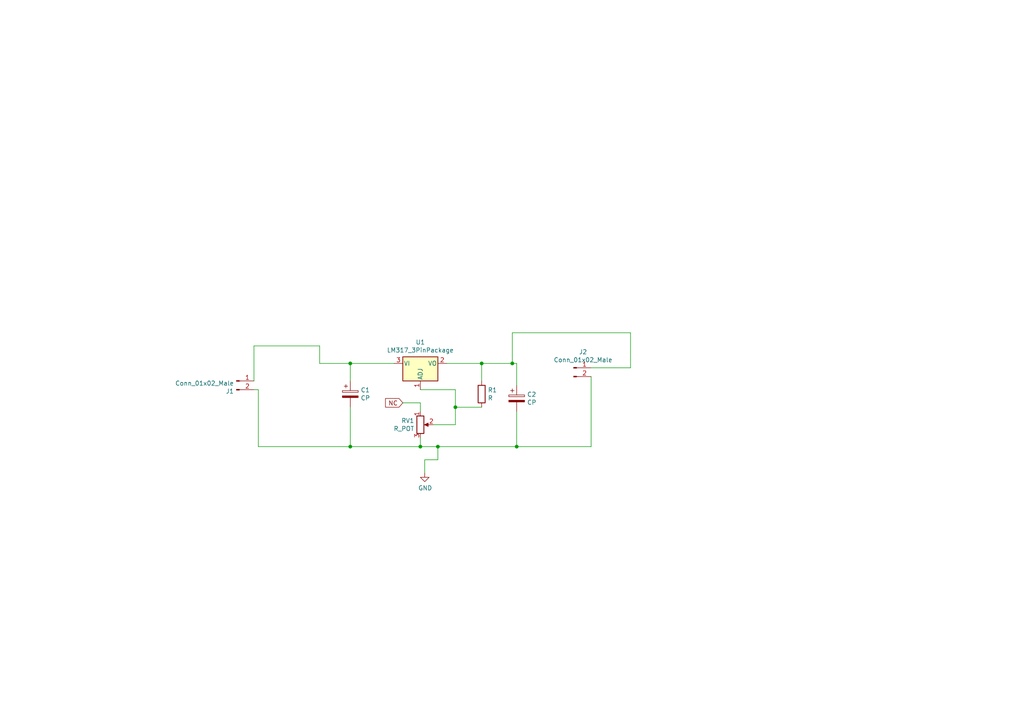
<source format=kicad_sch>
(kicad_sch (version 20211123) (generator eeschema)

  (uuid 786b6072-5772-4bc1-8eeb-6c4e19f2a91b)

  (paper "A4")

  (lib_symbols
    (symbol "Connector:Conn_01x02_Male" (pin_names (offset 1.016) hide) (in_bom yes) (on_board yes)
      (property "Reference" "J" (id 0) (at 0 2.54 0)
        (effects (font (size 1.27 1.27)))
      )
      (property "Value" "Conn_01x02_Male" (id 1) (at 0 -5.08 0)
        (effects (font (size 1.27 1.27)))
      )
      (property "Footprint" "" (id 2) (at 0 0 0)
        (effects (font (size 1.27 1.27)) hide)
      )
      (property "Datasheet" "~" (id 3) (at 0 0 0)
        (effects (font (size 1.27 1.27)) hide)
      )
      (property "ki_keywords" "connector" (id 4) (at 0 0 0)
        (effects (font (size 1.27 1.27)) hide)
      )
      (property "ki_description" "Generic connector, single row, 01x02, script generated (kicad-library-utils/schlib/autogen/connector/)" (id 5) (at 0 0 0)
        (effects (font (size 1.27 1.27)) hide)
      )
      (property "ki_fp_filters" "Connector*:*_1x??_*" (id 6) (at 0 0 0)
        (effects (font (size 1.27 1.27)) hide)
      )
      (symbol "Conn_01x02_Male_1_1"
        (polyline
          (pts
            (xy 1.27 -2.54)
            (xy 0.8636 -2.54)
          )
          (stroke (width 0.1524) (type default) (color 0 0 0 0))
          (fill (type none))
        )
        (polyline
          (pts
            (xy 1.27 0)
            (xy 0.8636 0)
          )
          (stroke (width 0.1524) (type default) (color 0 0 0 0))
          (fill (type none))
        )
        (rectangle (start 0.8636 -2.413) (end 0 -2.667)
          (stroke (width 0.1524) (type default) (color 0 0 0 0))
          (fill (type outline))
        )
        (rectangle (start 0.8636 0.127) (end 0 -0.127)
          (stroke (width 0.1524) (type default) (color 0 0 0 0))
          (fill (type outline))
        )
        (pin passive line (at 5.08 0 180) (length 3.81)
          (name "Pin_1" (effects (font (size 1.27 1.27))))
          (number "1" (effects (font (size 1.27 1.27))))
        )
        (pin passive line (at 5.08 -2.54 180) (length 3.81)
          (name "Pin_2" (effects (font (size 1.27 1.27))))
          (number "2" (effects (font (size 1.27 1.27))))
        )
      )
    )
    (symbol "Device:R" (pin_numbers hide) (pin_names (offset 0)) (in_bom yes) (on_board yes)
      (property "Reference" "R" (id 0) (at 2.032 0 90)
        (effects (font (size 1.27 1.27)))
      )
      (property "Value" "R" (id 1) (at 0 0 90)
        (effects (font (size 1.27 1.27)))
      )
      (property "Footprint" "" (id 2) (at -1.778 0 90)
        (effects (font (size 1.27 1.27)) hide)
      )
      (property "Datasheet" "~" (id 3) (at 0 0 0)
        (effects (font (size 1.27 1.27)) hide)
      )
      (property "ki_keywords" "R res resistor" (id 4) (at 0 0 0)
        (effects (font (size 1.27 1.27)) hide)
      )
      (property "ki_description" "Resistor" (id 5) (at 0 0 0)
        (effects (font (size 1.27 1.27)) hide)
      )
      (property "ki_fp_filters" "R_*" (id 6) (at 0 0 0)
        (effects (font (size 1.27 1.27)) hide)
      )
      (symbol "R_0_1"
        (rectangle (start -1.016 -2.54) (end 1.016 2.54)
          (stroke (width 0.254) (type default) (color 0 0 0 0))
          (fill (type none))
        )
      )
      (symbol "R_1_1"
        (pin passive line (at 0 3.81 270) (length 1.27)
          (name "~" (effects (font (size 1.27 1.27))))
          (number "1" (effects (font (size 1.27 1.27))))
        )
        (pin passive line (at 0 -3.81 90) (length 1.27)
          (name "~" (effects (font (size 1.27 1.27))))
          (number "2" (effects (font (size 1.27 1.27))))
        )
      )
    )
    (symbol "LM317-SMD-Regulator-baord-rescue:CP-Device" (pin_numbers hide) (pin_names (offset 0.254)) (in_bom yes) (on_board yes)
      (property "Reference" "C" (id 0) (at 0.635 2.54 0)
        (effects (font (size 1.27 1.27)) (justify left))
      )
      (property "Value" "CP-Device" (id 1) (at 0.635 -2.54 0)
        (effects (font (size 1.27 1.27)) (justify left))
      )
      (property "Footprint" "" (id 2) (at 0.9652 -3.81 0)
        (effects (font (size 1.27 1.27)) hide)
      )
      (property "Datasheet" "" (id 3) (at 0 0 0)
        (effects (font (size 1.27 1.27)) hide)
      )
      (property "ki_fp_filters" "CP_*" (id 4) (at 0 0 0)
        (effects (font (size 1.27 1.27)) hide)
      )
      (symbol "CP-Device_0_1"
        (rectangle (start -2.286 0.508) (end 2.286 1.016)
          (stroke (width 0) (type default) (color 0 0 0 0))
          (fill (type none))
        )
        (polyline
          (pts
            (xy -1.778 2.286)
            (xy -0.762 2.286)
          )
          (stroke (width 0) (type default) (color 0 0 0 0))
          (fill (type none))
        )
        (polyline
          (pts
            (xy -1.27 2.794)
            (xy -1.27 1.778)
          )
          (stroke (width 0) (type default) (color 0 0 0 0))
          (fill (type none))
        )
        (rectangle (start 2.286 -0.508) (end -2.286 -1.016)
          (stroke (width 0) (type default) (color 0 0 0 0))
          (fill (type outline))
        )
      )
      (symbol "CP-Device_1_1"
        (pin passive line (at 0 3.81 270) (length 2.794)
          (name "~" (effects (font (size 1.27 1.27))))
          (number "1" (effects (font (size 1.27 1.27))))
        )
        (pin passive line (at 0 -3.81 90) (length 2.794)
          (name "~" (effects (font (size 1.27 1.27))))
          (number "2" (effects (font (size 1.27 1.27))))
        )
      )
    )
    (symbol "LM317-SMD-Regulator-baord-rescue:LM317_3PinPackage-Regulator_Linear" (pin_names (offset 0.254)) (in_bom yes) (on_board yes)
      (property "Reference" "U" (id 0) (at -3.81 3.175 0)
        (effects (font (size 1.27 1.27)))
      )
      (property "Value" "LM317_3PinPackage-Regulator_Linear" (id 1) (at 0 3.175 0)
        (effects (font (size 1.27 1.27)) (justify left))
      )
      (property "Footprint" "" (id 2) (at 0 6.35 0)
        (effects (font (size 1.27 1.27) italic) hide)
      )
      (property "Datasheet" "" (id 3) (at 0 0 0)
        (effects (font (size 1.27 1.27)) hide)
      )
      (property "ki_fp_filters" "SOT?223* SOT?89* TO?220* TO?252* TO?263*" (id 4) (at 0 0 0)
        (effects (font (size 1.27 1.27)) hide)
      )
      (symbol "LM317_3PinPackage-Regulator_Linear_0_1"
        (rectangle (start -5.08 1.905) (end 5.08 -5.08)
          (stroke (width 0.254) (type default) (color 0 0 0 0))
          (fill (type background))
        )
      )
      (symbol "LM317_3PinPackage-Regulator_Linear_1_1"
        (pin input line (at 0 -7.62 90) (length 2.54)
          (name "ADJ" (effects (font (size 1.27 1.27))))
          (number "1" (effects (font (size 1.27 1.27))))
        )
        (pin power_out line (at 7.62 0 180) (length 2.54)
          (name "VO" (effects (font (size 1.27 1.27))))
          (number "2" (effects (font (size 1.27 1.27))))
        )
        (pin power_in line (at -7.62 0 0) (length 2.54)
          (name "VI" (effects (font (size 1.27 1.27))))
          (number "3" (effects (font (size 1.27 1.27))))
        )
      )
    )
    (symbol "LM317-SMD-Regulator-baord-rescue:R_POT-Device" (pin_names (offset 1.016) hide) (in_bom yes) (on_board yes)
      (property "Reference" "RV" (id 0) (at -4.445 0 90)
        (effects (font (size 1.27 1.27)))
      )
      (property "Value" "R_POT-Device" (id 1) (at -2.54 0 90)
        (effects (font (size 1.27 1.27)))
      )
      (property "Footprint" "" (id 2) (at 0 0 0)
        (effects (font (size 1.27 1.27)) hide)
      )
      (property "Datasheet" "" (id 3) (at 0 0 0)
        (effects (font (size 1.27 1.27)) hide)
      )
      (property "ki_fp_filters" "Potentiometer*" (id 4) (at 0 0 0)
        (effects (font (size 1.27 1.27)) hide)
      )
      (symbol "R_POT-Device_0_1"
        (polyline
          (pts
            (xy 2.54 0)
            (xy 1.524 0)
          )
          (stroke (width 0) (type default) (color 0 0 0 0))
          (fill (type none))
        )
        (polyline
          (pts
            (xy 1.143 0)
            (xy 2.286 0.508)
            (xy 2.286 -0.508)
            (xy 1.143 0)
          )
          (stroke (width 0) (type default) (color 0 0 0 0))
          (fill (type outline))
        )
        (rectangle (start 1.016 2.54) (end -1.016 -2.54)
          (stroke (width 0.254) (type default) (color 0 0 0 0))
          (fill (type none))
        )
      )
      (symbol "R_POT-Device_1_1"
        (pin passive line (at 0 3.81 270) (length 1.27)
          (name "1" (effects (font (size 1.27 1.27))))
          (number "1" (effects (font (size 1.27 1.27))))
        )
        (pin passive line (at 3.81 0 180) (length 1.27)
          (name "2" (effects (font (size 1.27 1.27))))
          (number "2" (effects (font (size 1.27 1.27))))
        )
        (pin passive line (at 0 -3.81 90) (length 1.27)
          (name "3" (effects (font (size 1.27 1.27))))
          (number "3" (effects (font (size 1.27 1.27))))
        )
      )
    )
    (symbol "power:GND" (power) (pin_names (offset 0)) (in_bom yes) (on_board yes)
      (property "Reference" "#PWR" (id 0) (at 0 -6.35 0)
        (effects (font (size 1.27 1.27)) hide)
      )
      (property "Value" "GND" (id 1) (at 0 -3.81 0)
        (effects (font (size 1.27 1.27)))
      )
      (property "Footprint" "" (id 2) (at 0 0 0)
        (effects (font (size 1.27 1.27)) hide)
      )
      (property "Datasheet" "" (id 3) (at 0 0 0)
        (effects (font (size 1.27 1.27)) hide)
      )
      (property "ki_keywords" "power-flag" (id 4) (at 0 0 0)
        (effects (font (size 1.27 1.27)) hide)
      )
      (property "ki_description" "Power symbol creates a global label with name \"GND\" , ground" (id 5) (at 0 0 0)
        (effects (font (size 1.27 1.27)) hide)
      )
      (symbol "GND_0_1"
        (polyline
          (pts
            (xy 0 0)
            (xy 0 -1.27)
            (xy 1.27 -1.27)
            (xy 0 -2.54)
            (xy -1.27 -1.27)
            (xy 0 -1.27)
          )
          (stroke (width 0) (type default) (color 0 0 0 0))
          (fill (type none))
        )
      )
      (symbol "GND_1_1"
        (pin power_in line (at 0 0 270) (length 0) hide
          (name "GND" (effects (font (size 1.27 1.27))))
          (number "1" (effects (font (size 1.27 1.27))))
        )
      )
    )
  )

  (junction (at 127 129.54) (diameter 0) (color 0 0 0 0)
    (uuid 0a3cc030-c9dd-4d74-9d50-715ed2b361a2)
  )
  (junction (at 132.08 118.11) (diameter 0) (color 0 0 0 0)
    (uuid 1860e030-7a36-4298-b7fc-a16d48ab15ba)
  )
  (junction (at 139.7 105.41) (diameter 0) (color 0 0 0 0)
    (uuid 2732632c-4768-42b6-bf7f-14643424019e)
  )
  (junction (at 149.86 129.54) (diameter 0) (color 0 0 0 0)
    (uuid 854dd5d4-5fd2-4730-bd49-a9cd8299a065)
  )
  (junction (at 101.6 105.41) (diameter 0) (color 0 0 0 0)
    (uuid 98e81e80-1f85-4152-be3f-99785ea97751)
  )
  (junction (at 148.59 105.41) (diameter 0) (color 0 0 0 0)
    (uuid 9c8ccb2a-b1e9-4f2c-94fe-301b5975277e)
  )
  (junction (at 121.92 129.54) (diameter 0) (color 0 0 0 0)
    (uuid b635b16e-60bb-4b3e-9fc3-47d34eef8381)
  )
  (junction (at 101.6 129.54) (diameter 0) (color 0 0 0 0)
    (uuid dde3dba8-1b81-466c-93a3-c284ff4da1ef)
  )

  (wire (pts (xy 139.7 118.11) (xy 132.08 118.11))
    (stroke (width 0) (type default) (color 0 0 0 0))
    (uuid 0088d107-13d8-496c-8da6-7bbeb9d096b0)
  )
  (wire (pts (xy 101.6 129.54) (xy 74.93 129.54))
    (stroke (width 0) (type default) (color 0 0 0 0))
    (uuid 03d88a85-11fd-47aa-954c-c318bb15294a)
  )
  (wire (pts (xy 121.92 129.54) (xy 101.6 129.54))
    (stroke (width 0) (type default) (color 0 0 0 0))
    (uuid 0dcdf1b8-13c6-48b4-bd94-5d26038ff231)
  )
  (wire (pts (xy 149.86 105.41) (xy 149.86 111.76))
    (stroke (width 0) (type default) (color 0 0 0 0))
    (uuid 120a7b0f-ddfd-4447-85c1-35665465acdb)
  )
  (wire (pts (xy 139.7 105.41) (xy 129.54 105.41))
    (stroke (width 0) (type default) (color 0 0 0 0))
    (uuid 128e34ce-eee7-477d-b905-a493e98db783)
  )
  (wire (pts (xy 149.86 105.41) (xy 148.59 105.41))
    (stroke (width 0) (type default) (color 0 0 0 0))
    (uuid 13475e15-f37c-4de8-857e-1722b0c39513)
  )
  (wire (pts (xy 123.19 133.35) (xy 127 133.35))
    (stroke (width 0) (type default) (color 0 0 0 0))
    (uuid 15875808-74d5-4210-b8ca-aa8fbc04ae21)
  )
  (wire (pts (xy 121.92 127) (xy 121.92 129.54))
    (stroke (width 0) (type default) (color 0 0 0 0))
    (uuid 1a2f72d1-0b36-4610-afc4-4ad1660d5d3b)
  )
  (wire (pts (xy 92.71 105.41) (xy 92.71 100.33))
    (stroke (width 0) (type default) (color 0 0 0 0))
    (uuid 3172f2e2-18d2-4a80-ae30-5707b3409798)
  )
  (wire (pts (xy 121.92 119.38) (xy 121.92 116.84))
    (stroke (width 0) (type default) (color 0 0 0 0))
    (uuid 32667662-ae86-4904-b198-3e95f11851bf)
  )
  (wire (pts (xy 182.88 106.68) (xy 182.88 96.52))
    (stroke (width 0) (type default) (color 0 0 0 0))
    (uuid 48f827a8-6e22-4a2e-abdc-c2a03098d883)
  )
  (wire (pts (xy 73.66 110.49) (xy 73.66 100.33))
    (stroke (width 0) (type default) (color 0 0 0 0))
    (uuid 4e3d7c0d-12e3-42f2-b944-e4bcdbbcac2a)
  )
  (wire (pts (xy 101.6 118.11) (xy 101.6 129.54))
    (stroke (width 0) (type default) (color 0 0 0 0))
    (uuid 51c4dc0a-5b9f-4edf-a83f-4a12881e42ef)
  )
  (wire (pts (xy 149.86 119.38) (xy 149.86 129.54))
    (stroke (width 0) (type default) (color 0 0 0 0))
    (uuid 58dc14f9-c158-4824-a84e-24a6a482a7a4)
  )
  (wire (pts (xy 171.45 109.22) (xy 171.45 129.54))
    (stroke (width 0) (type default) (color 0 0 0 0))
    (uuid 5b2b5c7d-f943-4634-9f0a-e9561705c49d)
  )
  (wire (pts (xy 139.7 110.49) (xy 139.7 105.41))
    (stroke (width 0) (type default) (color 0 0 0 0))
    (uuid 67621f9e-0a6a-4778-ad69-04dcf300659c)
  )
  (wire (pts (xy 132.08 123.19) (xy 132.08 118.11))
    (stroke (width 0) (type default) (color 0 0 0 0))
    (uuid 68e09be7-3bbc-4443-a838-209ce20b2bef)
  )
  (wire (pts (xy 74.93 113.03) (xy 73.66 113.03))
    (stroke (width 0) (type default) (color 0 0 0 0))
    (uuid 6a44418c-7bb4-4e99-8836-57f153c19721)
  )
  (wire (pts (xy 125.73 123.19) (xy 132.08 123.19))
    (stroke (width 0) (type default) (color 0 0 0 0))
    (uuid 6a780180-586a-4241-a52d-dc7a5ffcc966)
  )
  (wire (pts (xy 92.71 100.33) (xy 73.66 100.33))
    (stroke (width 0) (type default) (color 0 0 0 0))
    (uuid 712d6a7d-2b62-464f-b745-fd2a6b0187f6)
  )
  (wire (pts (xy 123.19 137.16) (xy 123.19 133.35))
    (stroke (width 0) (type default) (color 0 0 0 0))
    (uuid 81bbc3ff-3938-49ac-8297-ce2bcc9a42bd)
  )
  (wire (pts (xy 127 129.54) (xy 121.92 129.54))
    (stroke (width 0) (type default) (color 0 0 0 0))
    (uuid 8322f275-268c-4e87-a69f-4cfbf05e747f)
  )
  (wire (pts (xy 101.6 105.41) (xy 92.71 105.41))
    (stroke (width 0) (type default) (color 0 0 0 0))
    (uuid 842e430f-0c35-45f3-a0b5-95ae7b7ae388)
  )
  (wire (pts (xy 171.45 106.68) (xy 182.88 106.68))
    (stroke (width 0) (type default) (color 0 0 0 0))
    (uuid 8d55e186-3e11-40e8-a65e-b36a8a00069e)
  )
  (wire (pts (xy 148.59 105.41) (xy 139.7 105.41))
    (stroke (width 0) (type default) (color 0 0 0 0))
    (uuid a03e565f-d8cd-4032-aae3-b7327d4143dd)
  )
  (wire (pts (xy 121.92 116.84) (xy 116.84 116.84))
    (stroke (width 0) (type default) (color 0 0 0 0))
    (uuid a05d7640-f2f6-4ba7-8c51-5a4af431fc13)
  )
  (wire (pts (xy 74.93 129.54) (xy 74.93 113.03))
    (stroke (width 0) (type default) (color 0 0 0 0))
    (uuid aa02e544-13f5-4cf8-a5f4-3e6cda006090)
  )
  (wire (pts (xy 101.6 110.49) (xy 101.6 105.41))
    (stroke (width 0) (type default) (color 0 0 0 0))
    (uuid b3d08afa-f296-4e3b-8825-73b6331d35bf)
  )
  (wire (pts (xy 132.08 118.11) (xy 132.08 113.03))
    (stroke (width 0) (type default) (color 0 0 0 0))
    (uuid b6270a28-e0d9-4655-a18a-03dbf007b940)
  )
  (wire (pts (xy 149.86 129.54) (xy 171.45 129.54))
    (stroke (width 0) (type default) (color 0 0 0 0))
    (uuid c70d9ef3-bfeb-47e0-a1e1-9aeba3da7864)
  )
  (wire (pts (xy 114.3 105.41) (xy 101.6 105.41))
    (stroke (width 0) (type default) (color 0 0 0 0))
    (uuid c801d42e-dd94-493e-bd2f-6c3ddad43f55)
  )
  (wire (pts (xy 148.59 96.52) (xy 148.59 105.41))
    (stroke (width 0) (type default) (color 0 0 0 0))
    (uuid cef6f603-8a0b-4dd0-af99-ebfbef7d1b4b)
  )
  (wire (pts (xy 127 133.35) (xy 127 129.54))
    (stroke (width 0) (type default) (color 0 0 0 0))
    (uuid dd00c2e1-6027-4717-b312-4fab3ee52002)
  )
  (wire (pts (xy 182.88 96.52) (xy 148.59 96.52))
    (stroke (width 0) (type default) (color 0 0 0 0))
    (uuid e877bf4a-4210-4bd3-b7b0-806eb4affc5b)
  )
  (wire (pts (xy 132.08 113.03) (xy 121.92 113.03))
    (stroke (width 0) (type default) (color 0 0 0 0))
    (uuid f3490fa5-5a27-423b-af60-53609669542c)
  )
  (wire (pts (xy 149.86 129.54) (xy 127 129.54))
    (stroke (width 0) (type default) (color 0 0 0 0))
    (uuid f976e2cc-36f9-4479-a816-2c74d1d5da6f)
  )

  (global_label "NC" (shape input) (at 116.84 116.84 180) (fields_autoplaced)
    (effects (font (size 1.27 1.27)) (justify right))
    (uuid 3dcc657b-55a1-48e0-9667-e01e7b6b08b5)
    (property "Intersheet References" "${INTERSHEET_REFS}" (id 0) (at 0 0 0)
      (effects (font (size 1.27 1.27)) hide)
    )
  )

  (symbol (lib_id "LM317-SMD-Regulator-baord-rescue:CP-Device") (at 101.6 114.3 0) (unit 1)
    (in_bom yes) (on_board yes)
    (uuid 00000000-0000-0000-0000-00005e934a07)
    (property "Reference" "C1" (id 0) (at 104.5972 113.1316 0)
      (effects (font (size 1.27 1.27)) (justify left))
    )
    (property "Value" "" (id 1) (at 104.5972 115.443 0)
      (effects (font (size 1.27 1.27)) (justify left))
    )
    (property "Footprint" "" (id 2) (at 102.5652 118.11 0)
      (effects (font (size 1.27 1.27)) hide)
    )
    (property "Datasheet" "~" (id 3) (at 101.6 114.3 0)
      (effects (font (size 1.27 1.27)) hide)
    )
    (pin "1" (uuid a1e03189-0873-4238-9b71-998d44f01109))
    (pin "2" (uuid a464fb10-a79d-48d5-9567-0faac5840c63))
  )

  (symbol (lib_id "LM317-SMD-Regulator-baord-rescue:CP-Device") (at 149.86 115.57 0) (unit 1)
    (in_bom yes) (on_board yes)
    (uuid 00000000-0000-0000-0000-00005e934e34)
    (property "Reference" "C2" (id 0) (at 152.8572 114.4016 0)
      (effects (font (size 1.27 1.27)) (justify left))
    )
    (property "Value" "" (id 1) (at 152.8572 116.713 0)
      (effects (font (size 1.27 1.27)) (justify left))
    )
    (property "Footprint" "" (id 2) (at 150.8252 119.38 0)
      (effects (font (size 1.27 1.27)) hide)
    )
    (property "Datasheet" "~" (id 3) (at 149.86 115.57 0)
      (effects (font (size 1.27 1.27)) hide)
    )
    (pin "1" (uuid 35f8d9de-585d-42d2-90f9-1944b856b85e))
    (pin "2" (uuid 546c7e4b-1464-4924-a86b-af3fa4f8b731))
  )

  (symbol (lib_id "Device:R") (at 139.7 114.3 0) (unit 1)
    (in_bom yes) (on_board yes)
    (uuid 00000000-0000-0000-0000-00005e935428)
    (property "Reference" "R1" (id 0) (at 141.478 113.1316 0)
      (effects (font (size 1.27 1.27)) (justify left))
    )
    (property "Value" "" (id 1) (at 141.478 115.443 0)
      (effects (font (size 1.27 1.27)) (justify left))
    )
    (property "Footprint" "" (id 2) (at 137.922 114.3 90)
      (effects (font (size 1.27 1.27)) hide)
    )
    (property "Datasheet" "~" (id 3) (at 139.7 114.3 0)
      (effects (font (size 1.27 1.27)) hide)
    )
    (pin "1" (uuid 5cc606d9-364c-4172-9ff1-15c5662765fb))
    (pin "2" (uuid 3f57ae42-83a4-4717-98a5-2e60d4b7e370))
  )

  (symbol (lib_id "LM317-SMD-Regulator-baord-rescue:R_POT-Device") (at 121.92 123.19 0) (unit 1)
    (in_bom yes) (on_board yes)
    (uuid 00000000-0000-0000-0000-00005e935d4c)
    (property "Reference" "RV1" (id 0) (at 120.1674 122.0216 0)
      (effects (font (size 1.27 1.27)) (justify right))
    )
    (property "Value" "" (id 1) (at 120.1674 124.333 0)
      (effects (font (size 1.27 1.27)) (justify right))
    )
    (property "Footprint" "" (id 2) (at 121.92 123.19 0)
      (effects (font (size 1.27 1.27)) hide)
    )
    (property "Datasheet" "~" (id 3) (at 121.92 123.19 0)
      (effects (font (size 1.27 1.27)) hide)
    )
    (pin "1" (uuid 9f582a01-020d-43ee-b626-e5b4c06bc722))
    (pin "2" (uuid 7f8a5587-b786-42d8-8766-d10bc9ce032b))
    (pin "3" (uuid e9de8e45-821c-4a78-8746-fe03e3281576))
  )

  (symbol (lib_id "Connector:Conn_01x02_Male") (at 68.58 110.49 0) (unit 1)
    (in_bom yes) (on_board yes)
    (uuid 00000000-0000-0000-0000-00005e9365ee)
    (property "Reference" "J1" (id 0) (at 67.8688 113.4872 0)
      (effects (font (size 1.27 1.27)) (justify right))
    )
    (property "Value" "" (id 1) (at 67.8688 111.1758 0)
      (effects (font (size 1.27 1.27)) (justify right))
    )
    (property "Footprint" "" (id 2) (at 68.58 110.49 0)
      (effects (font (size 1.27 1.27)) hide)
    )
    (property "Datasheet" "~" (id 3) (at 68.58 110.49 0)
      (effects (font (size 1.27 1.27)) hide)
    )
    (pin "1" (uuid e54f1bd5-928f-4725-973b-7064bdcb47b4))
    (pin "2" (uuid e6f60079-74b1-46f4-81d5-fad6838a4c29))
  )

  (symbol (lib_id "Connector:Conn_01x02_Male") (at 166.37 106.68 0) (unit 1)
    (in_bom yes) (on_board yes)
    (uuid 00000000-0000-0000-0000-00005e936b70)
    (property "Reference" "J2" (id 0) (at 169.1132 102.0826 0))
    (property "Value" "" (id 1) (at 169.1132 104.394 0))
    (property "Footprint" "" (id 2) (at 166.37 106.68 0)
      (effects (font (size 1.27 1.27)) hide)
    )
    (property "Datasheet" "~" (id 3) (at 166.37 106.68 0)
      (effects (font (size 1.27 1.27)) hide)
    )
    (pin "1" (uuid 43260725-9667-41e1-a6f8-84a05e43bbfa))
    (pin "2" (uuid 53ca95cd-6e7d-48cc-a88e-10155c171f9d))
  )

  (symbol (lib_id "LM317-SMD-Regulator-baord-rescue:LM317_3PinPackage-Regulator_Linear") (at 121.92 105.41 0) (unit 1)
    (in_bom yes) (on_board yes)
    (uuid 00000000-0000-0000-0000-00005e9375d9)
    (property "Reference" "U1" (id 0) (at 121.92 99.2632 0))
    (property "Value" "" (id 1) (at 121.92 101.5746 0))
    (property "Footprint" "" (id 2) (at 121.92 99.06 0)
      (effects (font (size 1.27 1.27) italic) hide)
    )
    (property "Datasheet" "http://www.ti.com/lit/ds/symlink/lm317.pdf" (id 3) (at 121.92 105.41 0)
      (effects (font (size 1.27 1.27)) hide)
    )
    (pin "1" (uuid 84b48d7b-7b08-4382-80cf-44783175ef20))
    (pin "2" (uuid 2ed665c0-ffc1-4085-b922-60c232e8a770))
    (pin "3" (uuid a6e62a6f-c066-4457-a6f0-f04168b3809f))
  )

  (symbol (lib_id "power:GND") (at 123.19 137.16 0) (unit 1)
    (in_bom yes) (on_board yes)
    (uuid 00000000-0000-0000-0000-00005e93f17e)
    (property "Reference" "#PWR0101" (id 0) (at 123.19 143.51 0)
      (effects (font (size 1.27 1.27)) hide)
    )
    (property "Value" "" (id 1) (at 123.317 141.5542 0))
    (property "Footprint" "" (id 2) (at 123.19 137.16 0)
      (effects (font (size 1.27 1.27)) hide)
    )
    (property "Datasheet" "" (id 3) (at 123.19 137.16 0)
      (effects (font (size 1.27 1.27)) hide)
    )
    (pin "1" (uuid 76ffc030-193e-409e-96a4-67dac5cef1af))
  )

  (sheet_instances
    (path "/" (page "1"))
  )

  (symbol_instances
    (path "/00000000-0000-0000-0000-00005e93f17e"
      (reference "#PWR0101") (unit 1) (value "GND") (footprint "")
    )
    (path "/00000000-0000-0000-0000-00005e934a07"
      (reference "C1") (unit 1) (value "CP") (footprint "Capacitor_SMD:C_0805_2012Metric")
    )
    (path "/00000000-0000-0000-0000-00005e934e34"
      (reference "C2") (unit 1) (value "CP") (footprint "Capacitor_SMD:C_0805_2012Metric")
    )
    (path "/00000000-0000-0000-0000-00005e9365ee"
      (reference "J1") (unit 1) (value "Conn_01x02_Male") (footprint "Connector_JST:JST_EH_S2B-EH_1x02_P2.50mm_Horizontal")
    )
    (path "/00000000-0000-0000-0000-00005e936b70"
      (reference "J2") (unit 1) (value "Conn_01x02_Male") (footprint "Connector_JST:JST_EH_S2B-EH_1x02_P2.50mm_Horizontal")
    )
    (path "/00000000-0000-0000-0000-00005e935428"
      (reference "R1") (unit 1) (value "R") (footprint "Resistor_SMD:R_0805_2012Metric")
    )
    (path "/00000000-0000-0000-0000-00005e935d4c"
      (reference "RV1") (unit 1) (value "R_POT") (footprint "Potentiometer_SMD:Potentiometer_Bourns_3314J_Vertical")
    )
    (path "/00000000-0000-0000-0000-00005e9375d9"
      (reference "U1") (unit 1) (value "LM317_3PinPackage") (footprint "Package_TO_SOT_SMD:SOT-223")
    )
  )
)

</source>
